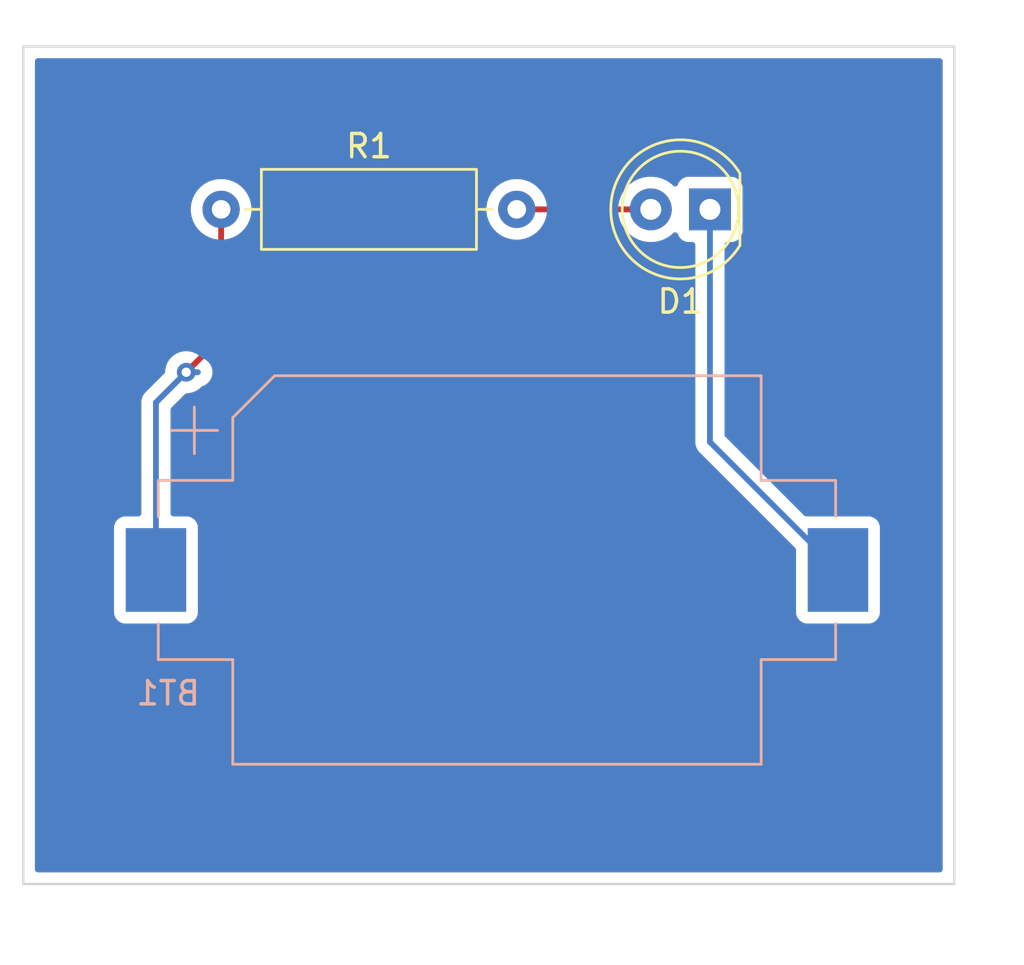
<source format=kicad_pcb>
(kicad_pcb (version 20241229) (generator "pcbnew") (generator_version "9.0")
  (title_block (title "experiment 4") (date "2025-06-18") (rev "0"))
  (layers (0 "F.Cu" signal) (2 "B.Cu" signal) (13 "F.Paste" user) (15 "B.Paste" user) (5 "F.SilkS" user "F.Silkscreen") (7 "B.SilkS" user "B.Silkscreen") (1 "F.Mask" user) (3 "B.Mask" user) (25 "Edge.Cuts" user))
  (net 0 "")
  (net 1 "GND")
  (net 2 "VCC")
  (net 3 "Net-(D1-A)")
  (footprint "LED_THT:LED_D5.0mm" (layer "F.Cu") (at 71 45 180)
    (property "Reference" "D1" (at 1.27 -3.96 180) (layer "F.SilkS"))
    (property "Value" "LED")
    (fp_line (start -1.29 -1.545) (end -1.29 1.545) (stroke (width 0.12)) (layer "F.SilkS"))
    (fp_arc (start 4.26 0) (mid 2.071779 2.880495) (end -1.29 1.54483) (stroke (width 0.12)) (layer "F.SilkS"))
    (fp_arc (start -1.29 -1.54483) (mid 2.071779 -2.880495) (end 4.26 0) (stroke (width 0.12)) (layer "F.SilkS"))
    (fp_circle (center 1.27 0) (end 3.77 0) (stroke (width 0.12)) (fill no) (layer "F.SilkS"))
    (pad "1" thru_hole rect (at 0 0 180) (size 1.8 1.8) (drill 0.9) (layers "*.Cu" "*.Mask") (net 1 "GND"))
    (pad "2" thru_hole circle (at 2.54 0 180) (size 1.8 1.8) (drill 0.9) (layers "*.Cu" "*.Mask") (net 3 "Net-(D1-A)"))
  )
  (footprint "Resistor_THT:R_Axial_DIN0309_L9.0mm_D3.2mm_P12.70mm_Horizontal" (layer "F.Cu") (at 50 45)
    (property "Reference" "R1" (at 6.35 -2.72 0) (layer "F.SilkS"))
    (property "Value" "R_US")
    (fp_line (start 1.04 0) (end 1.73 0) (stroke (width 0.12)) (layer "F.SilkS"))
    (fp_line (start 11.66 0) (end 10.97 0) (stroke (width 0.12)) (layer "F.SilkS"))
    (fp_rect (start 1.73 -1.72) (end 10.97 1.72) (stroke (width 0.12)) (fill no) (layer "F.SilkS"))
    (pad "1" thru_hole circle (at 0 0) (size 1.6 1.6) (drill 0.8) (layers "*.Cu" "*.Mask") (net 2 "VCC"))
    (pad "2" thru_hole circle (at 12.7 0) (size 1.6 1.6) (drill 0.8) (layers "*.Cu" "*.Mask") (net 3 "Net-(D1-A)"))
  )
  (footprint "Battery:BatteryHolder_Keystone_1060_1x2032" (layer "B.Cu") (at 61.85 60.5)
    (property "Reference" "BT1" (at -14.125 5.3 0) (layer "B.SilkS") (effects (justify mirror)))
    (property "Value" "Battery_Cell")
    (fp_line (start -14.55 -3.85) (end -14.55 -2.3) (stroke (width 0.12)) (layer "B.SilkS"))
    (fp_line (start -14.55 3.85) (end -14.55 2.3) (stroke (width 0.12)) (layer "B.SilkS"))
    (fp_line (start -13 -5) (end -13 -7) (stroke (width 0.12)) (layer "B.SilkS"))
    (fp_line (start -12 -6) (end -14 -6) (stroke (width 0.12)) (layer "B.SilkS"))
    (fp_line (start -11.35 -6.55) (end -11.35 -3.85) (stroke (width 0.12)) (layer "B.SilkS"))
    (fp_line (start -11.35 -3.85) (end -14.55 -3.85) (stroke (width 0.12)) (layer "B.SilkS"))
    (fp_line (start -11.35 3.85) (end -14.55 3.85) (stroke (width 0.12)) (layer "B.SilkS"))
    (fp_line (start -11.35 8.35) (end -11.35 3.85) (stroke (width 0.12)) (layer "B.SilkS"))
    (fp_line (start -11.35 8.35) (end 11.35 8.35) (stroke (width 0.12)) (layer "B.SilkS"))
    (fp_line (start -9.55 -8.35) (end -11.35 -6.55) (stroke (width 0.12)) (layer "B.SilkS"))
    (fp_line (start 11.35 -8.35) (end -9.55 -8.35) (stroke (width 0.12)) (layer "B.SilkS"))
    (fp_line (start 11.35 -8.35) (end 11.35 -3.85) (stroke (width 0.12)) (layer "B.SilkS"))
    (fp_line (start 11.35 -3.85) (end 14.55 -3.85) (stroke (width 0.12)) (layer "B.SilkS"))
    (fp_line (start 11.35 3.85) (end 14.55 3.85) (stroke (width 0.12)) (layer "B.SilkS"))
    (fp_line (start 11.35 8.35) (end 11.35 3.85) (stroke (width 0.12)) (layer "B.SilkS"))
    (fp_line (start 14.55 -3.85) (end 14.55 -2.3) (stroke (width 0.12)) (layer "B.SilkS"))
    (fp_line (start 14.55 3.85) (end 14.55 2.3) (stroke (width 0.12)) (layer "B.SilkS"))
    (pad "1" smd rect (at -14.65 0 180) (size 2.6 3.6) (layers "B.Cu" "B.Mask" "B.Paste") (net 2 "VCC"))
    (pad "2" smd rect (at 14.65 0 180) (size 2.6 3.6) (layers "B.Cu" "B.Mask" "B.Paste") (net 1 "GND"))
  )
  (gr_rect (start 41.5 38) (end 81.5 74) (stroke (width 0.1)) (fill no) (layer "Edge.Cuts"))
  (segment (start 71 45) (end 71 55) (width 0.25) (layer "B.Cu") (net 1))
  (segment (start 71 55) (end 76.5 60.5) (width 0.25) (layer "B.Cu") (net 1))
  (segment (start 50 50.5) (end 50 45) (width 0.25) (layer "F.Cu") (net 2))
  (segment (start 48.5 52) (end 50 50.5) (width 0.25) (layer "F.Cu") (net 2))
  (via (at 48.5 52) (size 0.8) (drill 0.4) (layers "F.Cu" "B.Cu") (net 2))
  (segment (start 47.2 53.3) (end 48.5 52) (width 0.25) (layer "B.Cu") (net 2))
  (segment (start 48.5 52) (end 49 52) (width 0.25) (layer "B.Cu") (net 2))
  (segment (start 47.2 60.5) (end 47.2 53.3) (width 0.25) (layer "B.Cu") (net 2))
  (segment (start 62.7 45) (end 68.46 45) (width 0.25) (layer "F.Cu") (net 3))
  (zone (net 0) (net_name "") (layer "B.Cu") (connect_pads (clearance 0.5)) (min_thickness 0.25) (fill yes (thermal_gap 0.5) (thermal_bridge_width 0.5) (island_removal_mode 1) (island_area_min 10))
    (polygon (pts (xy 80.5 77.5) (xy 40.5 76.5) (xy 40.5 37) (xy 83 36) (xy 84.5 71) (xy 83.5 75)))
  )
)
</source>
